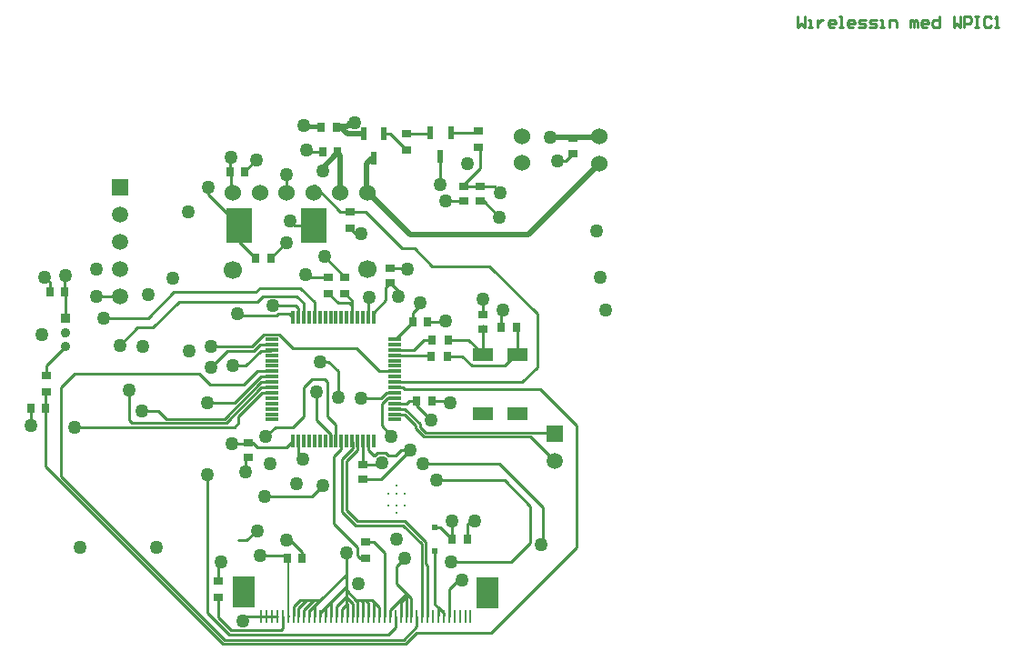
<source format=gbl>
G04*
G04 #@! TF.GenerationSoftware,Altium Limited,Altium Designer,18.0.12 (696)*
G04*
G04 Layer_Physical_Order=4*
G04 Layer_Color=16711680*
%FSLAX44Y44*%
%MOMM*%
G71*
G01*
G75*
%ADD13C,0.2000*%
%ADD16C,0.2540*%
%ADD17R,0.9000X0.7000*%
%ADD18R,0.8000X0.9000*%
%ADD20R,0.7000X0.9000*%
%ADD23R,0.9000X0.8000*%
%ADD34R,0.6000X1.1500*%
%ADD38C,1.5240*%
%ADD73C,0.5000*%
%ADD75C,0.3000*%
%ADD76C,1.5000*%
%ADD77R,1.5000X1.5000*%
%ADD78C,1.7000*%
%ADD79R,0.9000X0.9000*%
%ADD80C,0.9000*%
%ADD81C,1.2700*%
G04:AMPARAMS|DCode=92|XSize=1.25mm|YSize=0.2mm|CornerRadius=0.05mm|HoleSize=0mm|Usage=FLASHONLY|Rotation=90.000|XOffset=0mm|YOffset=0mm|HoleType=Round|Shape=RoundedRectangle|*
%AMROUNDEDRECTD92*
21,1,1.2500,0.1000,0,0,90.0*
21,1,1.1500,0.2000,0,0,90.0*
1,1,0.1000,0.0500,0.5750*
1,1,0.1000,0.0500,-0.5750*
1,1,0.1000,-0.0500,-0.5750*
1,1,0.1000,-0.0500,0.5750*
%
%ADD92ROUNDEDRECTD92*%
%ADD93R,2.0000X3.0000*%
%ADD94R,0.5000X0.5000*%
%ADD95R,1.9000X1.3000*%
%ADD96R,0.3048X1.1938*%
%ADD97R,1.1938X0.3048*%
%ADD98R,2.4000X3.3000*%
D13*
X565420Y227120D02*
Y278330D01*
D16*
X575134Y504540D02*
Y513256D01*
X572770Y515620D02*
X575134Y513256D01*
X551180Y515620D02*
X572770D01*
X573732Y524510D02*
X580134Y518108D01*
X542418Y524510D02*
X573732D01*
X580134Y504540D02*
Y518108D01*
X519430Y506730D02*
X554862D01*
X556132Y508000D02*
X566674D01*
X554862Y506730D02*
X556132Y508000D01*
X537338Y519430D02*
X542418Y524510D01*
X539261Y532130D02*
X576888D01*
X535451Y528320D02*
X539261Y532130D01*
X576888D02*
X590134Y518885D01*
X463750Y519430D02*
X537338D01*
X459432Y528320D02*
X535451D01*
X637660Y603130D02*
X671830Y568960D01*
X783630Y444540D02*
X797560Y458470D01*
X665134Y444540D02*
X783630D01*
X671830Y568960D02*
X683260D01*
X699770Y552450D01*
X753110D01*
X797560Y508000D01*
Y458470D02*
Y508000D01*
X705230Y234656D02*
X710420Y229466D01*
X702310Y237576D02*
Y287330D01*
X718020Y298450D02*
Y315430D01*
X715600Y298330D02*
X716750Y297180D01*
X707140Y309330D02*
X718020Y298450D01*
X702310Y309330D02*
X707140D01*
X452639Y410210D02*
X506241D01*
X451060Y406400D02*
X507820D01*
X449482Y402590D02*
X515620D01*
X445019Y417830D02*
X452639Y410210D01*
X506241D02*
X540571Y444540D01*
X451031Y406430D02*
X451060Y406400D01*
X507820D02*
X540610Y439190D01*
X449452Y402620D02*
X449482Y402590D01*
X515620D02*
X519430Y406400D01*
X641350Y295790D02*
X645280D01*
X655420Y285650D01*
Y225850D02*
Y285650D01*
X599320Y561340D02*
X618490Y542170D01*
X581660Y544830D02*
X584440Y542050D01*
X603250D01*
X625134Y515620D02*
Y520526D01*
Y504540D02*
Y515620D01*
X622593Y518160D02*
X625134Y515620D01*
X612140Y518160D02*
X622593D01*
X603250Y527050D02*
X612140Y518160D01*
X618490Y527170D02*
X625134Y520526D01*
X640134Y504540D02*
Y522024D01*
X641350Y523240D01*
X656590Y532750D02*
X660400Y536560D01*
X656590Y520700D02*
Y532750D01*
X645134Y509244D02*
X656590Y520700D01*
X645134Y504540D02*
Y509244D01*
X325740Y404480D02*
X326390Y403830D01*
X325740Y404480D02*
Y420370D01*
X339740Y366072D02*
Y420370D01*
X340360Y459740D02*
X358140Y477520D01*
X340360Y450730D02*
Y459740D01*
X339740Y435110D02*
X340360Y435730D01*
X339740Y420370D02*
Y435110D01*
X665134Y439540D02*
X672800D01*
X674190Y438150D01*
X800100D01*
X834390Y403860D01*
Y290830D02*
Y403860D01*
X754380Y210820D02*
X834390Y290830D01*
X791210Y294640D02*
Y328930D01*
X773430Y276860D02*
X791210Y294640D01*
X684838Y210820D02*
X754380D01*
X802640Y294640D02*
Y327660D01*
X801370Y293370D02*
X802640Y294640D01*
X762000Y368300D02*
X802640Y327660D01*
X703580Y353060D02*
X767080D01*
X791210Y328930D01*
X674678Y200660D02*
X684838Y210820D01*
X505152Y200660D02*
X674678D01*
X339740Y366072D02*
X505152Y200660D01*
X500380Y274320D02*
X502920Y276860D01*
X500380Y258960D02*
Y274320D01*
X512118Y213360D02*
X558800D01*
X500380Y225098D02*
Y243960D01*
Y225098D02*
X512118Y213360D01*
X558800D02*
X560420Y214980D01*
Y225850D01*
X563880Y297180D02*
X567690D01*
X578500Y286370D01*
Y280670D02*
Y286370D01*
X560540Y283210D02*
X565420Y278330D01*
X539750Y283210D02*
X560540D01*
X735330Y314960D02*
X739140D01*
X732170Y311800D02*
X735330Y314960D01*
X732170Y298450D02*
Y311800D01*
X594980Y683260D02*
X596250Y681990D01*
X580390Y683260D02*
X594980D01*
X563872Y637533D02*
X563880Y637540D01*
X563872Y622205D02*
Y637533D01*
X525160Y640730D02*
X535940Y651510D01*
X525160Y640080D02*
Y640730D01*
X512280Y623797D02*
Y640080D01*
X511160Y652930D02*
X512280Y654050D01*
X511160Y640080D02*
Y652930D01*
X823610Y650240D02*
X830580Y657210D01*
X816610Y650240D02*
X823610D01*
X582530Y660400D02*
X583800Y659130D01*
X597520D01*
X582530Y660400D02*
X584670D01*
X580390Y683260D02*
X581660Y681990D01*
X596250D01*
X707300Y628650D02*
X707390Y628740D01*
Y654230D01*
X712470Y613410D02*
X713120Y612760D01*
X728980D01*
X747410D02*
X762000Y598170D01*
X744220Y612760D02*
X747410D01*
X744220Y643890D02*
Y661790D01*
X728980Y628650D02*
X744220Y643890D01*
X728980Y626760D02*
Y628650D01*
Y626760D02*
X744220D01*
X757540D02*
X763270Y621030D01*
X744220Y626760D02*
X757540D01*
X763890Y509890D02*
X765810Y511810D01*
X763890Y495300D02*
Y509890D01*
X765810Y511810D02*
X768350D01*
X543560Y337820D02*
X588010D01*
X598170Y347980D01*
X339090Y542290D02*
X343520Y537860D01*
Y528320D02*
Y537860D01*
X334950Y542290D02*
X339090D01*
X357520Y528470D02*
X358140Y527850D01*
X357520Y528470D02*
Y542940D01*
Y528320D02*
Y528470D01*
Y542940D02*
X358140Y543560D01*
X519430Y412622D02*
X541348Y434540D01*
X550134D01*
X513080Y387350D02*
X527670D01*
X528320Y388000D01*
X519430Y406400D02*
Y412622D01*
X525780Y371460D02*
X528320Y374000D01*
X525780Y360680D02*
Y371460D01*
X564133Y383540D02*
X570134Y389540D01*
X537210Y383540D02*
X564133D01*
X532750Y388000D02*
X537210Y383540D01*
X528320Y388000D02*
X532750D01*
X668020Y524185D02*
Y528940D01*
X660400Y536560D02*
X668020Y528940D01*
X676260Y550560D02*
X676910Y549910D01*
X660400Y550560D02*
X676260D01*
X635000Y353680D02*
X652130D01*
X679450Y381000D01*
X650890Y367680D02*
X652780Y369570D01*
X635000Y367680D02*
X650890D01*
X635000Y389407D02*
X635134Y389540D01*
X635000Y367680D02*
Y389407D01*
X715010Y426720D02*
X716280Y425450D01*
X699150Y426720D02*
X715010D01*
X685150Y422245D02*
X698477Y408918D01*
X685150Y422245D02*
Y426720D01*
X665134Y424540D02*
X676000D01*
X678180Y426720D01*
X685150D01*
X711200Y500380D02*
X712470Y501650D01*
X695340Y500380D02*
X711200D01*
X681340D02*
Y508620D01*
X688340Y515620D01*
Y518160D01*
X665500Y484540D02*
X681340Y500380D01*
X665134Y484540D02*
X665500D01*
X690080Y517360D02*
X690880Y518160D01*
X688340D02*
X690880D01*
X767010Y459740D02*
X778314Y471044D01*
X779270Y470088D02*
Y492620D01*
X778510Y493380D02*
X779270Y492620D01*
X746760Y521970D02*
Y524040D01*
X746760Y524040D02*
X746760Y524040D01*
X746760Y507380D02*
Y524040D01*
X408940Y478790D02*
X425450Y495300D01*
X439620D01*
X463750Y519430D01*
X429260Y417830D02*
X445019D01*
X440509Y406430D02*
X451031D01*
X440480Y406400D02*
X440509Y406430D01*
X420370Y406400D02*
X440480D01*
X442088Y402620D02*
X449452D01*
X442058Y402590D02*
X442088Y402620D01*
X367030Y402590D02*
X442058D01*
X520240Y575120D02*
Y590550D01*
Y575120D02*
X535290Y560070D01*
X549429Y560209D02*
X563260Y574040D01*
X563880D01*
X661670Y393700D02*
Y394970D01*
X652780Y403860D02*
X661670Y394970D01*
X652780Y403860D02*
Y424180D01*
X658140Y429540D01*
X665134D01*
X653390Y675460D02*
X660700D01*
X675640Y660520D01*
X733538Y483870D02*
X746760Y470648D01*
Y497040D01*
Y470648D02*
X747270Y470137D01*
X640134Y380946D02*
X645160Y375920D01*
X670560Y381000D02*
X677240D01*
X690880Y368300D02*
X762000D01*
X659002Y375920D02*
X665480D01*
X656462Y378460D02*
X659002Y375920D01*
X649098Y378460D02*
X656462D01*
X646558Y375920D02*
X649098Y378460D01*
X645160Y375920D02*
X646558D01*
X665480D02*
X670560Y381000D01*
X640134Y380946D02*
Y389540D01*
X565420Y225850D02*
Y227120D01*
X358140Y503520D02*
Y527850D01*
X355770Y488150D02*
X358140Y490520D01*
X567690Y594360D02*
X571500Y590550D01*
X589740D01*
X759930Y596100D02*
X762000Y598170D01*
X742950Y663060D02*
X744220Y661790D01*
X387350Y524510D02*
X408940D01*
X523240Y222250D02*
X526840Y225850D01*
X540420D01*
X632340Y280790D02*
X637540D01*
X629920Y283210D02*
X632340Y280790D01*
X629920Y283210D02*
Y290830D01*
X608330Y312420D02*
X629920Y290830D01*
X666750Y273050D02*
X674370Y280670D01*
X666750Y256540D02*
Y273050D01*
Y256540D02*
X675640Y247650D01*
X714890Y483870D02*
X733538D01*
X713620Y468630D02*
X727710D01*
X692150Y483870D02*
X699890D01*
X682820Y474540D02*
X692150Y483870D01*
X665134Y474540D02*
X682820D01*
X697710Y469540D02*
X698620Y468630D01*
X665134Y469540D02*
X697710D01*
X575134Y377014D02*
X579120Y373027D01*
X575134Y377014D02*
Y389540D01*
X573182Y349662D02*
Y352202D01*
X535940Y306070D02*
X537210D01*
X526930Y297060D02*
X535940Y306070D01*
X519430Y297060D02*
X526930D01*
X691970Y393700D02*
X791210D01*
X684530Y401139D02*
X691970Y393700D01*
X791210D02*
X814070Y370840D01*
X685420Y216790D02*
Y225850D01*
X537090Y454540D02*
X550134D01*
X524510Y441960D02*
X537090Y454540D01*
X492760Y441960D02*
X524510D01*
X482600Y452120D02*
X492760Y441960D01*
X367030Y452120D02*
X482600D01*
X354330Y439420D02*
X367030Y452120D01*
X354330Y356870D02*
Y439420D01*
Y356870D02*
X506730Y204470D01*
X673100D01*
X685420Y216790D01*
X614090Y603250D02*
X623690D01*
X623570Y603130D02*
X637660D01*
X727710Y468630D02*
X736600Y459740D01*
X665093Y469540D02*
X665134D01*
X736600Y459740D02*
X767010D01*
X557155Y488604D02*
X569869Y475889D01*
X629011D01*
X812800Y397510D02*
X814070Y396240D01*
X693548Y397510D02*
X812800D01*
X580390Y439420D02*
X588010Y447040D01*
X599440D01*
X601980Y444500D01*
Y412750D02*
Y444500D01*
Y412750D02*
X610134Y404596D01*
Y389540D02*
Y404596D01*
X550420Y225850D02*
X555420D01*
X545420D02*
X550420D01*
X540420D02*
X545420D01*
X659130Y209550D02*
X665420Y215840D01*
X510540Y209550D02*
X659130D01*
X619760Y325120D02*
Y370840D01*
X615950Y323542D02*
Y372418D01*
X608330Y312420D02*
Y375574D01*
X619760Y325120D02*
X629920Y314960D01*
X619760Y370840D02*
X630134Y381214D01*
X615950Y323542D02*
X628342Y311150D01*
X615950Y372418D02*
X626070Y382538D01*
X608330Y375574D02*
X615134Y382378D01*
X591820Y408939D02*
Y435610D01*
Y408939D02*
X605134Y395625D01*
X629920Y314960D02*
X674370D01*
X628342Y311150D02*
X672792D01*
X717550Y276860D02*
X773430D01*
X723900Y260350D02*
X727710D01*
X715420Y251870D02*
X723900Y260350D01*
X715420Y225850D02*
Y251870D01*
X660420Y232430D02*
X675640Y247650D01*
X660420Y225850D02*
Y232430D01*
X494030Y458470D02*
X509270Y473710D01*
X533607D01*
X539437Y479540D01*
X550134D01*
X532029Y477520D02*
X543112Y488604D01*
X557155D01*
X570230Y402590D02*
X580390Y412750D01*
X553720Y402590D02*
X570230D01*
X580390Y412750D02*
Y439420D01*
X544830Y393700D02*
X553720Y402590D01*
X605134Y389540D02*
Y395625D01*
X512280Y623797D02*
X513872Y622205D01*
X628770Y582930D02*
X633730D01*
X623570Y588130D02*
X628770Y582930D01*
X684530Y401139D02*
Y404044D01*
X674034Y414540D02*
X684530Y404044D01*
X665134Y414540D02*
X674034D01*
X688340Y402718D02*
X693548Y397510D01*
X688340Y402718D02*
Y405623D01*
X674423Y419540D02*
X688340Y405623D01*
X665134Y419540D02*
X674423D01*
X650340Y225850D02*
Y234850D01*
X629011Y475889D02*
X650360Y454540D01*
X595630Y463550D02*
X603250D01*
X612140Y454660D01*
Y430530D02*
Y454660D01*
X650360Y454540D02*
X665134D01*
X540183Y449540D02*
X550134D01*
X516093Y425450D02*
X540183Y449540D01*
X490220Y425450D02*
X516093D01*
X417830Y408940D02*
X420370Y406400D01*
X490220Y229870D02*
Y358140D01*
Y229870D02*
X510540Y209550D01*
X540610Y439190D02*
X549784D01*
X540571Y444540D02*
X550134D01*
X665420Y215840D02*
Y225850D01*
X645420Y239770D02*
X650340Y234850D01*
X491490Y619300D02*
X520240Y590550D01*
X491490Y619300D02*
Y626110D01*
X518160Y508000D02*
X519430Y506730D01*
X566674Y508000D02*
X570134Y504540D01*
X358140Y503520D02*
X359410Y504790D01*
X549784Y439190D02*
X550134Y439540D01*
X417830Y408940D02*
Y436880D01*
X549198Y473604D02*
X550134Y474540D01*
X539909Y473604D02*
X549198D01*
X526045Y459740D02*
X539909Y473604D01*
X514350Y459740D02*
X526045D01*
X494030Y477520D02*
X532029D01*
X435272Y504160D02*
X459432Y528320D01*
X393670Y504160D02*
X435272D01*
X590134Y504540D02*
Y518885D01*
X652281Y429260D02*
X657561Y434540D01*
X665134D01*
X633730Y429260D02*
X652281D01*
X590080Y627260D02*
X614090Y603250D01*
X615134Y382378D02*
Y389540D01*
X619760Y265430D02*
Y285750D01*
X625134Y389540D02*
X626070Y388604D01*
Y382538D02*
Y388604D01*
X672792Y311150D02*
X690150Y293792D01*
Y226120D02*
Y293792D01*
Y226120D02*
X690420Y225850D01*
X674370Y314960D02*
X693960Y295370D01*
Y275050D02*
Y295370D01*
Y275050D02*
X695420Y273590D01*
Y225850D02*
Y273590D01*
X630134Y381214D02*
Y389540D01*
X702310Y237576D02*
X705230Y234656D01*
X675640Y245110D02*
Y247650D01*
X589740Y577510D02*
Y590550D01*
X741620Y676730D02*
X742950Y678060D01*
X716890Y676730D02*
X741620D01*
X696680Y675520D02*
X697890Y676730D01*
X675640Y675520D02*
X696680D01*
X675640Y247650D02*
X680420Y242870D01*
X675420Y244890D02*
X675640Y245110D01*
X619760Y249555D02*
Y254000D01*
Y245110D02*
Y249555D01*
X620395D01*
X628650Y241300D01*
X630420Y239530D01*
X620395Y243205D02*
X625420Y238180D01*
X619760Y254000D02*
Y265430D01*
Y237280D02*
Y245110D01*
X610420Y235770D02*
X619760Y245110D01*
X610420Y225850D02*
Y235770D01*
X595630Y241300D02*
X619760Y265430D01*
X615420Y232940D02*
X619760Y237280D01*
X605420Y239660D02*
X619760Y254000D01*
X615420Y225850D02*
Y232940D01*
X643890Y241300D02*
X645420Y239770D01*
X637540Y241300D02*
X643890D01*
X645420Y225850D02*
Y239770D01*
X633730Y241300D02*
X637540D01*
X640420Y238420D01*
Y225850D02*
Y238420D01*
X628650Y241300D02*
X633730D01*
X635420Y239610D01*
Y225850D02*
Y239610D01*
X630420Y225850D02*
Y239530D01*
X625420Y225850D02*
Y238180D01*
X620420Y225850D02*
Y238100D01*
X589280Y241300D02*
X595630D01*
X582930D02*
X589280D01*
X576580D02*
X582930D01*
X570500Y227120D02*
Y235220D01*
X576580Y241300D01*
X575420Y233790D02*
X582930Y241300D01*
X575420Y225850D02*
Y233790D01*
X580420Y232440D02*
X589280Y241300D01*
X580420Y225850D02*
Y232440D01*
X590420Y236090D02*
X595630Y241300D01*
X585420Y231090D02*
X590420Y236090D01*
X585420Y225850D02*
Y231090D01*
X590420Y225850D02*
Y236090D01*
X600420Y234660D02*
X605420Y239660D01*
X595420Y229660D02*
X600420Y234660D01*
X595420Y225850D02*
Y229660D01*
X600420Y225850D02*
Y234660D01*
X605420Y225850D02*
Y239660D01*
X670420Y239890D02*
X675420Y244890D01*
X670420Y225850D02*
Y239890D01*
X675420Y225850D02*
Y244890D01*
X680420Y225850D02*
Y242870D01*
X710420Y227120D02*
Y229466D01*
X705230Y227310D02*
X705420Y227120D01*
X705230Y227310D02*
Y234656D01*
X1040130Y784697D02*
Y774700D01*
X1043462Y778032D01*
X1046795Y774700D01*
Y784697D01*
X1050127Y774700D02*
X1053459D01*
X1051793D01*
Y781365D01*
X1050127D01*
X1058457D02*
Y774700D01*
Y778032D01*
X1060124Y779698D01*
X1061790Y781365D01*
X1063456D01*
X1073453Y774700D02*
X1070120D01*
X1068454Y776366D01*
Y779698D01*
X1070120Y781365D01*
X1073453D01*
X1075119Y779698D01*
Y778032D01*
X1068454D01*
X1078451Y774700D02*
X1081783D01*
X1080117D01*
Y784697D01*
X1078451D01*
X1091780Y774700D02*
X1088448D01*
X1086782Y776366D01*
Y779698D01*
X1088448Y781365D01*
X1091780D01*
X1093446Y779698D01*
Y778032D01*
X1086782D01*
X1096778Y774700D02*
X1101777D01*
X1103443Y776366D01*
X1101777Y778032D01*
X1098445D01*
X1096778Y779698D01*
X1098445Y781365D01*
X1103443D01*
X1106775Y774700D02*
X1111774D01*
X1113440Y776366D01*
X1111774Y778032D01*
X1108441D01*
X1106775Y779698D01*
X1108441Y781365D01*
X1113440D01*
X1116772Y774700D02*
X1120104D01*
X1118438D01*
Y781365D01*
X1116772D01*
X1125103Y774700D02*
Y781365D01*
X1130101D01*
X1131767Y779698D01*
Y774700D01*
X1145096D02*
Y781365D01*
X1146762D01*
X1148428Y779698D01*
Y774700D01*
Y779698D01*
X1150095Y781365D01*
X1151761Y779698D01*
Y774700D01*
X1160091D02*
X1156759D01*
X1155093Y776366D01*
Y779698D01*
X1156759Y781365D01*
X1160091D01*
X1161757Y779698D01*
Y778032D01*
X1155093D01*
X1171754Y784697D02*
Y774700D01*
X1166756D01*
X1165090Y776366D01*
Y779698D01*
X1166756Y781365D01*
X1171754D01*
X1185083Y784697D02*
Y774700D01*
X1188416Y778032D01*
X1191748Y774700D01*
Y784697D01*
X1195080Y774700D02*
Y784697D01*
X1200078D01*
X1201745Y783031D01*
Y779698D01*
X1200078Y778032D01*
X1195080D01*
X1205077Y784697D02*
X1208409D01*
X1206743D01*
Y774700D01*
X1205077D01*
X1208409D01*
X1220072Y783031D02*
X1218406Y784697D01*
X1215074D01*
X1213408Y783031D01*
Y776366D01*
X1215074Y774700D01*
X1218406D01*
X1220072Y776366D01*
X1223404Y774700D02*
X1226737D01*
X1225070D01*
Y784697D01*
X1223404Y783031D01*
D17*
X637540Y280790D02*
D03*
Y295790D02*
D03*
X340360Y435730D02*
D03*
Y450730D02*
D03*
X675640Y660520D02*
D03*
Y675520D02*
D03*
X603250Y542050D02*
D03*
Y527050D02*
D03*
X618490Y542170D02*
D03*
Y527170D02*
D03*
X500380Y258960D02*
D03*
Y243960D02*
D03*
X742950Y663060D02*
D03*
Y678060D02*
D03*
X623570Y588130D02*
D03*
Y603130D02*
D03*
D18*
X564500Y280670D02*
D03*
X578500D02*
D03*
X685150Y426720D02*
D03*
X699150D02*
D03*
X777890Y495300D02*
D03*
X763890D02*
D03*
X339740Y420370D02*
D03*
X325740D02*
D03*
X357520Y528320D02*
D03*
X343520D02*
D03*
X611520Y659130D02*
D03*
X597520D02*
D03*
X610250Y681990D02*
D03*
X596250D02*
D03*
X535290Y560070D02*
D03*
X549290D02*
D03*
X511160Y640080D02*
D03*
X525160D02*
D03*
X732170Y298450D02*
D03*
X718170D02*
D03*
X695340Y500380D02*
D03*
X681340D02*
D03*
D20*
X698620Y468630D02*
D03*
X713620D02*
D03*
X699890Y483870D02*
D03*
X714890D02*
D03*
D23*
X528320Y388000D02*
D03*
Y374000D02*
D03*
X746760Y493380D02*
D03*
Y507380D02*
D03*
X660400Y536560D02*
D03*
Y550560D02*
D03*
X744220Y626760D02*
D03*
Y612760D02*
D03*
X635000Y367680D02*
D03*
Y353680D02*
D03*
X830580Y671210D02*
D03*
Y657210D02*
D03*
X728980Y612760D02*
D03*
Y626760D02*
D03*
D34*
X707390Y654230D02*
D03*
X716890Y676730D02*
D03*
X697890D02*
D03*
X645183Y652960D02*
D03*
X654683Y675460D02*
D03*
X635683D02*
D03*
D38*
X514350Y620640D02*
D03*
X539350D02*
D03*
X564350D02*
D03*
X589350D02*
D03*
X614350D02*
D03*
X639350D02*
D03*
X783590Y673100D02*
D03*
Y648500D02*
D03*
X855390Y673100D02*
D03*
Y648100D02*
D03*
D73*
X638872Y622205D02*
X679417Y581660D01*
X788950D01*
X612940Y682943D02*
X620423Y675460D01*
X623570Y685800D02*
X627380D01*
X620713Y682943D02*
X623570Y685800D01*
X612940Y682943D02*
X620713D01*
X595160Y641350D02*
X611670Y657860D01*
X595160Y641350D02*
X598170D01*
X611670Y657860D02*
X613872Y655658D01*
Y622205D02*
Y655658D01*
X620423Y675460D02*
X635683D01*
X854920Y672630D02*
X855390Y673100D01*
X809790Y672630D02*
X854920D01*
X638872Y622205D02*
Y647942D01*
X643890Y652960D01*
X788950Y581660D02*
X855390Y648100D01*
D75*
X666750Y329860D02*
D03*
X659000D02*
D03*
X674500D02*
D03*
X666750Y340360D02*
D03*
X659000D02*
D03*
X674500D02*
D03*
X666750Y322360D02*
D03*
Y347860D02*
D03*
D76*
X814070Y370840D02*
D03*
X408940Y600710D02*
D03*
Y575310D02*
D03*
Y549910D02*
D03*
Y524510D02*
D03*
D77*
X814070Y396240D02*
D03*
X408940Y626110D02*
D03*
D78*
X514350Y548640D02*
D03*
X639350Y549640D02*
D03*
D79*
X358140Y503520D02*
D03*
D80*
Y490520D02*
D03*
Y477520D02*
D03*
D81*
X551180Y515620D02*
D03*
X855980Y541940D02*
D03*
X861060Y511810D02*
D03*
X435610Y525780D02*
D03*
X599320Y561340D02*
D03*
X581660Y544830D02*
D03*
X641350Y523240D02*
D03*
X326390Y403830D02*
D03*
X458350Y541020D02*
D03*
X563880Y297180D02*
D03*
X739140Y314960D02*
D03*
X563880Y637540D02*
D03*
X512280Y654050D02*
D03*
X816610Y650240D02*
D03*
X582530Y660400D02*
D03*
X580390Y683260D02*
D03*
X631190Y256540D02*
D03*
X707300Y628650D02*
D03*
X712470Y613410D02*
D03*
X765810Y511810D02*
D03*
X543560Y337820D02*
D03*
X598170Y347980D02*
D03*
X339090Y542290D02*
D03*
X358140Y543560D02*
D03*
X513080Y387350D02*
D03*
X525780Y360680D02*
D03*
X668020Y524185D02*
D03*
X676910Y549910D02*
D03*
X712470Y501650D02*
D03*
X688340Y518160D02*
D03*
X746760Y521970D02*
D03*
X430530Y477520D02*
D03*
X473710Y473090D02*
D03*
X408940Y478790D02*
D03*
X852820Y585470D02*
D03*
X627380Y685800D02*
D03*
X598170Y641350D02*
D03*
X809790Y672630D02*
D03*
X690880Y368300D02*
D03*
X661670Y393700D02*
D03*
X652780Y369570D02*
D03*
X679450Y381000D02*
D03*
X336550Y488950D02*
D03*
X716280Y425450D02*
D03*
X567690Y594360D02*
D03*
X563880Y574040D02*
D03*
X732790Y647700D02*
D03*
X762000Y598170D02*
D03*
X535940Y651510D02*
D03*
X472440Y603250D02*
D03*
X387350Y524510D02*
D03*
Y549910D02*
D03*
X443230Y290830D02*
D03*
X372110D02*
D03*
X523240Y222250D02*
D03*
X674370Y280670D02*
D03*
X666750Y298450D02*
D03*
X579120Y373027D02*
D03*
X548640Y368300D02*
D03*
X573182Y349662D02*
D03*
X537210Y306070D02*
D03*
X502920Y276860D02*
D03*
X801370Y293370D02*
D03*
X703580Y353060D02*
D03*
X591820Y435610D02*
D03*
X718020Y315430D02*
D03*
X698477Y408918D02*
D03*
X717550Y276860D02*
D03*
X727710Y260350D02*
D03*
X494030Y458470D02*
D03*
X633730Y582930D02*
D03*
X595630Y463550D02*
D03*
X612140Y430530D02*
D03*
X763270Y621030D02*
D03*
X490220Y425450D02*
D03*
Y358140D02*
D03*
X491490Y626110D02*
D03*
X518160Y508000D02*
D03*
X429260Y417830D02*
D03*
X367030Y402590D02*
D03*
X514350Y459740D02*
D03*
X494030Y477520D02*
D03*
X417830Y436880D02*
D03*
X393670Y504160D02*
D03*
X633730Y429260D02*
D03*
X544830Y393700D02*
D03*
X619760Y285750D02*
D03*
X539750Y283210D02*
D03*
D92*
X735420Y225850D02*
D03*
X690420D02*
D03*
X670420D02*
D03*
X650420D02*
D03*
X630420D02*
D03*
X730420D02*
D03*
X710420D02*
D03*
X540420D02*
D03*
X545420D02*
D03*
X550420D02*
D03*
X555420D02*
D03*
X560420D02*
D03*
X565420D02*
D03*
X570420D02*
D03*
X575420D02*
D03*
X580420D02*
D03*
X585420D02*
D03*
X590420D02*
D03*
X595420D02*
D03*
X600420D02*
D03*
X605420D02*
D03*
X610420D02*
D03*
X615420D02*
D03*
X620420D02*
D03*
X625420D02*
D03*
X635420D02*
D03*
X640420D02*
D03*
X645420D02*
D03*
X655420D02*
D03*
X660420D02*
D03*
X665420D02*
D03*
X675420D02*
D03*
X680420D02*
D03*
X685420D02*
D03*
X695420D02*
D03*
X700420D02*
D03*
X705420D02*
D03*
X715420D02*
D03*
X720420D02*
D03*
X725420D02*
D03*
D93*
X751420Y247850D02*
D03*
X524420Y248850D02*
D03*
D94*
X702310Y287330D02*
D03*
Y309330D02*
D03*
D95*
X779270Y470088D02*
D03*
Y415088D02*
D03*
X747270D02*
D03*
Y470088D02*
D03*
D96*
X645134Y504540D02*
D03*
X640134D02*
D03*
X635134D02*
D03*
X630134D02*
D03*
X625134D02*
D03*
X620134D02*
D03*
X615134D02*
D03*
X610134D02*
D03*
X605134D02*
D03*
X600134D02*
D03*
X595134D02*
D03*
X590134D02*
D03*
X585134D02*
D03*
X580134D02*
D03*
X575134D02*
D03*
X570134D02*
D03*
Y389540D02*
D03*
X575134D02*
D03*
X580134D02*
D03*
X585134D02*
D03*
X590134D02*
D03*
X595134D02*
D03*
X600134D02*
D03*
X605134D02*
D03*
X610134D02*
D03*
X615134D02*
D03*
X620134D02*
D03*
X625134D02*
D03*
X630134D02*
D03*
X635134D02*
D03*
X640134D02*
D03*
X645134D02*
D03*
D97*
X550134Y484540D02*
D03*
Y479540D02*
D03*
Y474540D02*
D03*
Y469540D02*
D03*
Y464540D02*
D03*
Y459540D02*
D03*
Y454540D02*
D03*
Y449540D02*
D03*
Y444540D02*
D03*
Y439540D02*
D03*
Y434540D02*
D03*
Y429540D02*
D03*
Y424540D02*
D03*
Y419540D02*
D03*
Y414540D02*
D03*
Y409540D02*
D03*
X665134D02*
D03*
Y414540D02*
D03*
Y419540D02*
D03*
Y424540D02*
D03*
Y429540D02*
D03*
Y434540D02*
D03*
Y439540D02*
D03*
Y444540D02*
D03*
Y449540D02*
D03*
Y454540D02*
D03*
Y459540D02*
D03*
Y464540D02*
D03*
Y469540D02*
D03*
Y474540D02*
D03*
Y479540D02*
D03*
Y484540D02*
D03*
D98*
X520240Y590550D02*
D03*
X589740D02*
D03*
M02*

</source>
